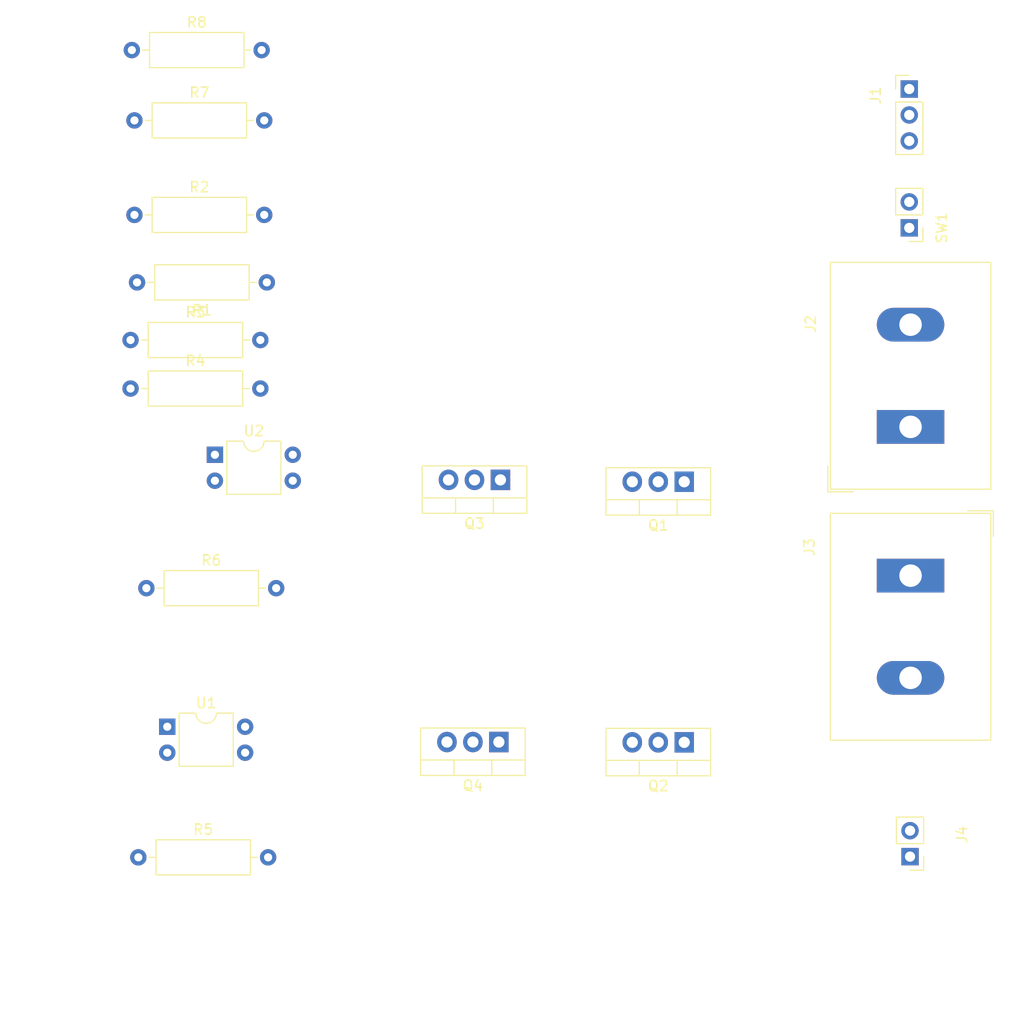
<source format=kicad_pcb>
(kicad_pcb (version 20240108) (generator "pcbnew") (generator_version "8.0")
  (title_block (title "Puente H Power Mosfet") (date "21/08/2024") (rev "1") (company "Danilo Melión"))
  (layers (0 "F.Cu" signal) (31 "B.Cu" signal) (34 "B.Paste" user) (35 "F.Paste" user) (36 "B.SilkS" user "B.Silkscreen") (37 "F.SilkS" user "F.Silkscreen") (38 "B.Mask" user) (39 "F.Mask" user) (44 "Edge.Cuts" user))
  (net 0 "")
  (net 1 "PWM1")
  (net 2 "PWM2")
  (net 3 "GND")
  (net 4 "Net-(J2-Pin_1)")
  (net 5 "Net-(J2-Pin_2)")
  (net 6 "Net-(Q1-G)")
  (net 7 "Net-(R3-Pad1)")
  (net 8 "+24V")
  (net 9 "+15V")
  (net 10 "Net-(Q3-G)")
  (net 11 "Net-(R1-Pad2)")
  (net 12 "Net-(SW1-B)")
  (net 13 "Net-(R6-Pad1)")
  (net 14 "Net-(R7-Pad1)")
  (net 15 "GNDPWR")
  (footprint "Package_DIP:DIP-4_W7.62mm" (layer "F.Cu") (at 103.2864 106.4718)
    (property "Reference" "U1" (at 3.81 -2.33 360) (layer "F.SilkS"))
    (property "Value" "PC817")
    (fp_line (start 1.16 -1.33) (end 1.16 3.87) (stroke (width 0.12)) (layer "F.SilkS"))
    (fp_line (start 1.16 3.87) (end 6.46 3.87) (stroke (width 0.12)) (layer "F.SilkS"))
    (fp_line (start 2.81 -1.33) (end 1.16 -1.33) (stroke (width 0.12)) (layer "F.SilkS"))
    (fp_line (start 6.46 -1.33) (end 4.81 -1.33) (stroke (width 0.12)) (layer "F.SilkS"))
    (fp_line (start 6.46 3.87) (end 6.46 -1.33) (stroke (width 0.12)) (layer "F.SilkS"))
    (fp_arc (start 4.81 -1.33) (mid 3.81 -0.33) (end 2.81 -1.33) (stroke (width 0.12)) (layer "F.SilkS"))
    (pad "1" thru_hole rect (at 0 0) (size 1.6 1.6) (drill 0.8) (layers "*.Cu" "*.Mask") (net 11 "Net-(R1-Pad2)"))
    (pad "2" thru_hole oval (at 0 2.54) (size 1.6 1.6) (drill 0.8) (layers "*.Cu" "*.Mask") (net 7 "Net-(R3-Pad1)"))
    (pad "3" thru_hole oval (at 7.62 2.54) (size 1.6 1.6) (drill 0.8) (layers "*.Cu" "*.Mask") (net 15 "GNDPWR"))
    (pad "4" thru_hole oval (at 7.62 0) (size 1.6 1.6) (drill 0.8) (layers "*.Cu" "*.Mask") (net 6 "Net-(Q1-G)"))
  )
  (footprint "Package_TO_SOT_THT:TO-220-3_Vertical" (layer "F.Cu") (at 135.7376 107.9702 180)
    (property "Reference" "Q4" (at 2.54 -4.27 360) (layer "F.SilkS"))
    (property "Value" "IRLZ44N")
    (fp_line (start 7.66 -3.27) (end 7.66 1.371) (stroke (width 0.12)) (layer "F.SilkS"))
    (fp_line (start 4.391 -3.27) (end 4.391 -1.76) (stroke (width 0.12)) (layer "F.SilkS"))
    (fp_line (start 0.69 -3.27) (end 0.69 -1.76) (stroke (width 0.12)) (layer "F.SilkS"))
    (fp_line (start -2.58 1.371) (end 7.66 1.371) (stroke (width 0.12)) (layer "F.SilkS"))
    (fp_line (start -2.58 -1.76) (end 7.66 -1.76) (stroke (width 0.12)) (layer "F.SilkS"))
    (fp_line (start -2.58 -3.27) (end 7.66 -3.27) (stroke (width 0.12)) (layer "F.SilkS"))
    (fp_line (start -2.58 -3.27) (end -2.58 1.371) (stroke (width 0.12)) (layer "F.SilkS"))
    (pad "1" thru_hole rect (at 0 0 180) (size 1.905 2) (drill 1.1) (layers "*.Cu" "*.Mask") (net 10 "Net-(Q3-G)"))
    (pad "2" thru_hole oval (at 2.54 0 180) (size 1.905 2) (drill 1.1) (layers "*.Cu" "*.Mask") (net 5 "Net-(J2-Pin_2)"))
    (pad "3" thru_hole oval (at 5.08 0 180) (size 1.905 2) (drill 1.1) (layers "*.Cu" "*.Mask") (net 15 "GNDPWR"))
  )
  (footprint "Resistor_THT:R_Axial_DIN0309_L9.0mm_D3.2mm_P12.70mm_Horizontal" (layer "F.Cu") (at 99.695 73.38)
    (property "Reference" "R4" (at 6.35 -2.72 0) (layer "F.SilkS"))
    (property "Value" "1k")
    (fp_line (start 1.04 0) (end 1.73 0) (stroke (width 0.12)) (layer "F.SilkS"))
    (fp_line (start 1.73 -1.72) (end 1.73 1.72) (stroke (width 0.12)) (layer "F.SilkS"))
    (fp_line (start 1.73 1.72) (end 10.97 1.72) (stroke (width 0.12)) (layer "F.SilkS"))
    (fp_line (start 10.97 -1.72) (end 1.73 -1.72) (stroke (width 0.12)) (layer "F.SilkS"))
    (fp_line (start 10.97 1.72) (end 10.97 -1.72) (stroke (width 0.12)) (layer "F.SilkS"))
    (fp_line (start 11.66 0) (end 10.97 0) (stroke (width 0.12)) (layer "F.SilkS"))
    (pad "1" thru_hole circle (at 0 0) (size 1.6 1.6) (drill 0.8) (layers "*.Cu" "*.Mask") (net 9 "+15V"))
    (pad "2" thru_hole oval (at 12.7 0) (size 1.6 1.6) (drill 0.8) (layers "*.Cu" "*.Mask") (net 6 "Net-(Q1-G)"))
  )
  (footprint "Package_TO_SOT_THT:TO-220-3_Vertical" (layer "F.Cu") (at 153.8732 82.4992 180)
    (property "Reference" "Q1" (at 2.54 -4.27 360) (layer "F.SilkS"))
    (property "Value" "IRF4905")
    (fp_line (start 7.66 -3.27) (end 7.66 1.371) (stroke (width 0.12)) (layer "F.SilkS"))
    (fp_line (start 4.391 -3.27) (end 4.391 -1.76) (stroke (width 0.12)) (layer "F.SilkS"))
    (fp_line (start 0.69 -3.27) (end 0.69 -1.76) (stroke (width 0.12)) (layer "F.SilkS"))
    (fp_line (start -2.58 1.371) (end 7.66 1.371) (stroke (width 0.12)) (layer "F.SilkS"))
    (fp_line (start -2.58 -1.76) (end 7.66 -1.76) (stroke (width 0.12)) (layer "F.SilkS"))
    (fp_line (start -2.58 -3.27) (end 7.66 -3.27) (stroke (width 0.12)) (layer "F.SilkS"))
    (fp_line (start -2.58 -3.27) (end -2.58 1.371) (stroke (width 0.12)) (layer "F.SilkS"))
    (pad "1" thru_hole rect (at 0 0 180) (size 1.905 2) (drill 1.1) (layers "*.Cu" "*.Mask") (net 6 "Net-(Q1-G)"))
    (pad "2" thru_hole oval (at 2.54 0 180) (size 1.905 2) (drill 1.1) (layers "*.Cu" "*.Mask") (net 4 "Net-(J2-Pin_1)"))
    (pad "3" thru_hole oval (at 5.08 0 180) (size 1.905 2) (drill 1.1) (layers "*.Cu" "*.Mask") (net 8 "+24V"))
  )
  (footprint "Resistor_THT:R_Axial_DIN0309_L9.0mm_D3.2mm_P12.70mm_Horizontal" (layer "F.Cu") (at 101.2444 92.9132)
    (property "Reference" "R6" (at 6.35 -2.72 360) (layer "F.SilkS"))
    (property "Value" "100")
    (fp_line (start 1.04 0) (end 1.73 0) (stroke (width 0.12)) (layer "F.SilkS"))
    (fp_line (start 1.73 -1.72) (end 1.73 1.72) (stroke (width 0.12)) (layer "F.SilkS"))
    (fp_line (start 1.73 1.72) (end 10.97 1.72) (stroke (width 0.12)) (layer "F.SilkS"))
    (fp_line (start 10.97 -1.72) (end 1.73 -1.72) (stroke (width 0.12)) (layer "F.SilkS"))
    (fp_line (start 10.97 1.72) (end 10.97 -1.72) (stroke (width 0.12)) (layer "F.SilkS"))
    (fp_line (start 11.66 0) (end 10.97 0) (stroke (width 0.12)) (layer "F.SilkS"))
    (pad "1" thru_hole circle (at 0 0) (size 1.6 1.6) (drill 0.8) (layers "*.Cu" "*.Mask") (net 13 "Net-(R6-Pad1)"))
    (pad "2" thru_hole oval (at 12.7 0) (size 1.6 1.6) (drill 0.8) (layers "*.Cu" "*.Mask") (net 12 "Net-(SW1-B)"))
  )
  (footprint "TerminalBlock_Dinkle:TerminalBlock_Dinkle_DT-55-B01X-02_P10.00mm" (layer "F.Cu") (at 176.022 91.689 -90)
    (property "Reference" "J3" (at -2.789 9.906 90) (layer "F.SilkS"))
    (property "Value" "24V Alimentación")
    (fp_line (start -6.1 7.85) (end 16.1 7.85) (stroke (width 0.12)) (layer "F.SilkS"))
    (fp_line (start -6.1 7.85) (end -6.1 -7.85) (stroke (width 0.12)) (layer "F.SilkS"))
    (fp_line (start -6.35 -5.6) (end -6.35 -8.1) (stroke (width 0.12)) (layer "F.SilkS"))
    (fp_line (start -6.1 -7.85) (end 16.1 -7.85) (stroke (width 0.12)) (layer "F.SilkS"))
    (fp_line (start 16.1 -7.85) (end 16.1 7.85) (stroke (width 0.12)) (layer "F.SilkS"))
    (fp_line (start -6.35 -8.1) (end -3.85 -8.1) (stroke (width 0.12)) (layer "F.SilkS"))
    (pad "1" thru_hole rect (at 0 0 270) (size 3.3 6.6) (drill 2.2) (layers "*.Cu" "*.Mask") (net 8 "+24V"))
    (pad "2" thru_hole oval (at 10 0 270) (size 3.3 6.6) (drill 2.2) (layers "*.Cu" "*.Mask") (net 15 "GNDPWR"))
  )
  (footprint "Resistor_THT:R_Axial_DIN0309_L9.0mm_D3.2mm_P12.70mm_Horizontal" (layer "F.Cu") (at 100.076 47.1424)
    (property "Reference" "R7" (at 6.35 -2.72 0) (layer "F.SilkS"))
    (property "Value" "4k7")
    (fp_line (start 1.04 0) (end 1.73 0) (stroke (width 0.12)) (layer "F.SilkS"))
    (fp_line (start 1.73 -1.72) (end 1.73 1.72) (stroke (width 0.12)) (layer "F.SilkS"))
    (fp_line (start 1.73 1.72) (end 10.97 1.72) (stroke (width 0.12)) (layer "F.SilkS"))
    (fp_line (start 10.97 -1.72) (end 1.73 -1.72) (stroke (width 0.12)) (layer "F.SilkS"))
    (fp_line (start 10.97 1.72) (end 10.97 -1.72) (stroke (width 0.12)) (layer "F.SilkS"))
    (fp_line (start 11.66 0) (end 10.97 0) (stroke (width 0.12)) (layer "F.SilkS"))
    (pad "1" thru_hole circle (at 0 0) (size 1.6 1.6) (drill 0.8) (layers "*.Cu" "*.Mask") (net 14 "Net-(R7-Pad1)"))
    (pad "2" thru_hole oval (at 12.7 0) (size 1.6 1.6) (drill 0.8) (layers "*.Cu" "*.Mask") (net 3 "GND"))
  )
  (footprint "TerminalBlock_Dinkle:TerminalBlock_Dinkle_DT-55-B01X-02_P10.00mm" (layer "F.Cu") (at 176.022 77.131 90)
    (property "Reference" "J2" (at 10.075 -9.779 90) (layer "F.SilkS"))
    (property "Value" "MOTOR")
    (fp_line (start -6.35 -8.1) (end -3.85 -8.1) (stroke (width 0.12)) (layer "F.SilkS"))
    (fp_line (start 16.1 -7.85) (end 16.1 7.85) (stroke (width 0.12)) (layer "F.SilkS"))
    (fp_line (start -6.1 -7.85) (end 16.1 -7.85) (stroke (width 0.12)) (layer "F.SilkS"))
    (fp_line (start -6.35 -5.6) (end -6.35 -8.1) (stroke (width 0.12)) (layer "F.SilkS"))
    (fp_line (start -6.1 7.85) (end -6.1 -7.85) (stroke (width 0.12)) (layer "F.SilkS"))
    (fp_line (start -6.1 7.85) (end 16.1 7.85) (stroke (width 0.12)) (layer "F.SilkS"))
    (pad "1" thru_hole rect (at 0 0 90) (size 3.3 6.6) (drill 2.2) (layers "*.Cu" "*.Mask") (net 4 "Net-(J2-Pin_1)"))
    (pad "2" thru_hole oval (at 10 0 90) (size 3.3 6.6) (drill 2.2) (layers "*.Cu" "*.Mask") (net 5 "Net-(J2-Pin_2)"))
  )
  (footprint "Package_TO_SOT_THT:TO-220-3_Vertical" (layer "F.Cu") (at 135.89 82.3162 180)
    (property "Reference" "Q3" (at 2.54 -4.27 360) (layer "F.SilkS"))
    (property "Value" "IRF4905")
    (fp_line (start 7.66 -3.27) (end 7.66 1.371) (stroke (width 0.12)) (layer "F.SilkS"))
    (fp_line (start 4.391 -3.27) (end 4.391 -1.76) (stroke (width 0.12)) (layer "F.SilkS"))
    (fp_line (start 0.69 -3.27) (end 0.69 -1.76) (stroke (width 0.12)) (layer "F.SilkS"))
    (fp_line (start -2.58 1.371) (end 7.66 1.371) (stroke (width 0.12)) (layer "F.SilkS"))
    (fp_line (start -2.58 -1.76) (end 7.66 -1.76) (stroke (width 0.12)) (layer "F.SilkS"))
    (fp_line (start -2.58 -3.27) (end 7.66 -3.27) (stroke (width 0.12)) (layer "F.SilkS"))
    (fp_line (start -2.58 -3.27) (end -2.58 1.371) (stroke (width 0.12)) (layer "F.SilkS"))
    (pad "1" thru_hole rect (at 0 0 180) (size 1.905 2) (drill 1.1) (layers "*.Cu" "*.Mask") (net 10 "Net-(Q3-G)"))
    (pad "2" thru_hole oval (at 2.54 0 180) (size 1.905 2) (drill 1.1) (layers "*.Cu" "*.Mask") (net 5 "Net-(J2-Pin_2)"))
    (pad "3" thru_hole oval (at 5.08 0 180) (size 1.905 2) (drill 1.1) (layers "*.Cu" "*.Mask") (net 8 "+24V"))
  )
  (footprint "Resistor_THT:R_Axial_DIN0309_L9.0mm_D3.2mm_P12.70mm_Horizontal" (layer "F.Cu") (at 113.03 62.992 180)
    (property "Reference" "R1" (at 6.35 -2.72 360) (layer "F.SilkS"))
    (property "Value" "330")
    (fp_line (start 11.66 0) (end 10.97 0) (stroke (width 0.12)) (layer "F.SilkS"))
    (fp_line (start 10.97 1.72) (end 10.97 -1.72) (stroke (width 0.12)) (layer "F.SilkS"))
    (fp_line (start 10.97 -1.72) (end 1.73 -1.72) (stroke (width 0.12)) (layer "F.SilkS"))
    (fp_line (start 1.73 1.72) (end 10.97 1.72) (stroke (width 0.12)) (layer "F.SilkS"))
    (fp_line (start 1.73 -1.72) (end 1.73 1.72) (stroke (width 0.12)) (layer "F.SilkS"))
    (fp_line (start 1.04 0) (end 1.73 0) (stroke (width 0.12)) (layer "F.SilkS"))
    (pad "1" thru_hole circle (at 0 0 180) (size 1.6 1.6) (drill 0.8) (layers "*.Cu" "*.Mask") (net 1 "PWM1"))
    (pad "2" thru_hole oval (at 12.7 0 180) (size 1.6 1.6) (drill 0.8) (layers "*.Cu" "*.Mask") (net 11 "Net-(R1-Pad2)"))
  )
  (footprint "Resistor_THT:R_Axial_DIN0309_L9.0mm_D3.2mm_P12.70mm_Horizontal" (layer "F.Cu") (at 100.457 119.253)
    (property "Reference" "R5" (at 6.35 -2.72 0) (layer "F.SilkS"))
    (property "Value" "1k")
    (fp_line (start 1.04 0) (end 1.73 0) (stroke (width 0.12)) (layer "F.SilkS"))
    (fp_line (start 1.73 -1.72) (end 1.73 1.72) (stroke (width 0.12)) (layer "F.SilkS"))
    (fp_line (start 1.73 1.72) (end 10.97 1.72) (stroke (width 0.12)) (layer "F.SilkS"))
    (fp_line (start 10.97 -1.72) (end 1.73 -1.72) (stroke (width 0.12)) (layer "F.SilkS"))
    (fp_line (start 10.97 1.72) (end 10.97 -1.72) (stroke (width 0.12)) (layer "F.SilkS"))
    (fp_line (start 11.66 0) (end 10.97 0) (stroke (width 0.12)) (layer "F.SilkS"))
    (pad "1" thru_hole circle (at 0 0) (size 1.6 1.6) (drill 0.8) (layers "*.Cu" "*.Mask") (net 9 "+15V"))
    (pad "2" thru_hole oval (at 12.7 0) (size 1.6 1.6) (drill 0.8) (layers "*.Cu" "*.Mask") (net 10 "Net-(Q3-G)"))
  )
  (footprint "Connector_PinHeader_2.54mm:PinHeader_1x03_P2.54mm_Vertical" (layer "F.Cu") (at 175.895 44.069)
    (property "Reference" "J1" (at -3.302 0.625 90) (layer "F.SilkS"))
    (property "Value" "PWM")
    (fp_line (start -1.33 -1.33) (end 0 -1.33) (stroke (width 0.12)) (layer "F.SilkS"))
    (fp_line (start -1.33 0) (end -1.33 -1.33) (stroke (width 0.12)) (layer "F.SilkS"))
    (fp_line (start -1.33 1.27) (end -1.33 6.41) (stroke (width 0.12)) (layer "F.SilkS"))
    (fp_line (start -1.33 1.27) (end 1.33 1.27) (stroke (width 0.12)) (layer "F.SilkS"))
    (fp_line (start -1.33 6.41) (end 1.33 6.41) (stroke (width 0.12)) (layer "F.SilkS"))
    (fp_line (start 1.33 1.27) (end 1.33 6.41) (stroke (width 0.12)) (layer "F.SilkS"))
    (pad "1" thru_hole rect (at 0 0) (size 1.7 1.7) (drill 1) (layers "*.Cu" "*.Mask") (net 1 "PWM1"))
    (pad "2" thru_hole oval (at 0 2.54) (size 1.7 1.7) (drill 1) (layers "*.Cu" "*.Mask") (net 2 "PWM2"))
    (pad "3" thru_hole oval (at 0 5.08) (size 1.7 1.7) (drill 1) (layers "*.Cu" "*.Mask") (net 3 "GND"))
  )
  (footprint "Connector_PinHeader_2.54mm:PinHeader_1x02_P2.54mm_Vertical" (layer "F.Cu") (at 175.895 57.658 180)
    (property "Reference" "SW1" (at -3.175 0.005 90) (layer "F.SilkS"))
    (property "Value" "SW")
    (fp_line (start 1.33 1.27) (end 1.33 3.87) (stroke (width 0.12)) (layer "F.SilkS"))
    (fp_line (start -1.33 3.87) (end 1.33 3.87) (stroke (width 0.12)) (layer "F.SilkS"))
    (fp_line (start -1.33 1.27) (end 1.33 1.27) (stroke (width 0.12)) (layer "F.SilkS"))
    (fp_line (start -1.33 1.27) (end -1.33 3.87) (stroke (width 0.12)) (layer "F.SilkS"))
    (fp_line (start -1.33 0) (end -1.33 -1.33) (stroke (width 0.12)) (layer "F.SilkS"))
    (fp_line (start -1.33 -1.33) (end 0 -1.33) (stroke (width 0.12)) (layer "F.SilkS"))
    (pad "1" thru_hole rect (at 0 0 180) (size 1.7 1.7) (drill 1) (layers "*.Cu" "*.Mask") (net 3 "GND"))
    (pad "2" thru_hole oval (at 0 2.54 180) (size 1.7 1.7) (drill 1) (layers "*.Cu" "*.Mask") (net 12 "Net-(SW1-B)"))
  )
  (footprint "Connector_PinHeader_2.54mm:PinHeader_1x02_P2.54mm_Vertical" (layer "F.Cu") (at 175.9712 119.1818 180)
    (property "Reference" "J4" (at -5.08 2.159 90) (layer "F.SilkS"))
    (property "Value" "15V Alimentación")
    (fp_line (start 1.33 1.27) (end 1.33 3.87) (stroke (width 0.12)) (layer "F.SilkS"))
    (fp_line (start -1.33 3.87) (end 1.33 3.87) (stroke (width 0.12)) (layer "F.SilkS"))
    (fp_line (start -1.33 1.27) (end 1.33 1.27) (stroke (width 0.12)) (layer "F.SilkS"))
    (fp_line (start -1.33 1.27) (end -1.33 3.87) (stroke (width 0.12)) (layer "F.SilkS"))
    (fp_line (start -1.33 0) (end -1.33 -1.33) (stroke (width 0.12)) (layer "F.SilkS"))
    (fp_line (start -1.33 -1.33) (end 0 -1.33) (stroke (width 0.12)) (layer "F.SilkS"))
    (pad "1" thru_hole rect (at 0 0 180) (size 1.7 1.7) (drill 1) (layers "*.Cu" "*.Mask") (net 9 "+15V"))
    (pad "2" thru_hole oval (at 0 2.54 180) (size 1.7 1.7) (drill 1) (layers "*.Cu" "*.Mask") (net 15 "GNDPWR"))
  )
  (footprint "Package_DIP:DIP-4_W7.62mm" (layer "F.Cu") (at 107.95 79.8576)
    (property "Reference" "U2" (at 3.81 -2.33 0) (layer "F.SilkS"))
    (property "Value" "PC817")
    (fp_line (start 1.16 -1.33) (end 1.16 3.87) (stroke (width 0.12)) (layer "F.SilkS"))
    (fp_line (start 1.16 3.87) (end 6.46 3.87) (stroke (width 0.12)) (layer "F.SilkS"))
    (fp_line (start 2.81 -1.33) (end 1.16 -1.33) (stroke (width 0.12)) (layer "F.SilkS"))
    (fp_line (start 6.46 -1.33) (end 4.81 -1.33) (stroke (width 0.12)) (layer "F.SilkS"))
    (fp_line (start 6.46 3.87) (end 6.46 -1.33) (stroke (width 0.12)) (layer "F.SilkS"))
    (fp_arc (start 4.81 -1.33) (mid 3.81 -0.33) (end 2.81 -1.33) (stroke (width 0.12)) (layer "F.SilkS"))
    (pad "1" thru_hole rect (at 0 0) (size 1.6 1.6) (drill 0.8) (layers "*.Cu" "*.Mask") (net 14 "Net-(R7-Pad1)"))
    (pad "2" thru_hole oval (at 0 2.54) (size 1.6 1.6) (drill 0.8) (layers "*.Cu" "*.Mask") (net 13 "Net-(R6-Pad1)"))
    (pad "3" thru_hole oval (at 7.62 2.54) (size 1.6 1.6) (drill 0.8) (layers "*.Cu" "*.Mask") (net 15 "GNDPWR"))
    (pad "4" thru_hole oval (at 7.62 0) (size 1.6 1.6) (drill 0.8) (layers "*.Cu" "*.Mask") (net 10 "Net-(Q3-G)"))
  )
  (footprint "Resistor_THT:R_Axial_DIN0309_L9.0mm_D3.2mm_P12.70mm_Horizontal" (layer "F.Cu") (at 100.076 56.388)
    (property "Reference" "R2" (at 6.35 -2.72 0) (layer "F.SilkS"))
    (property "Value" "4k7")
    (fp_line (start 1.04 0) (end 1.73 0) (stroke (width 0.12)) (layer "F.SilkS"))
    (fp_line (start 1.73 -1.72) (end 1.73 1.72) (stroke (width 0.12)) (layer "F.SilkS"))
    (fp_line (start 1.73 1.72) (end 10.97 1.72) (stroke (width 0.12)) (layer "F.SilkS"))
    (fp_line (start 10.97 -1.72) (end 1.73 -1.72) (stroke (width 0.12)) (layer "F.SilkS"))
    (fp_line (start 10.97 1.72) (end 10.97 -1.72) (stroke (width 0.12)) (layer "F.SilkS"))
    (fp_line (start 11.66 0) (end 10.97 0) (stroke (width 0.12)) (layer "F.SilkS"))
    (pad "1" thru_hole circle (at 0 0) (size 1.6 1.6) (drill 0.8) (layers "*.Cu" "*.Mask") (net 11 "Net-(R1-Pad2)"))
    (pad "2" thru_hole oval (at 12.7 0) (size 1.6 1.6) (drill 0.8) (layers "*.Cu" "*.Mask") (net 3 "GND"))
  )
  (footprint "Resistor_THT:R_Axial_DIN0309_L9.0mm_D3.2mm_P12.70mm_Horizontal" (layer "F.Cu") (at 99.822 40.259)
    (property "Reference" "R8" (at 6.35 -2.72 0) (layer "F.SilkS"))
    (property "Value" "330")
    (fp_line (start 1.04 0) (end 1.73 0) (stroke (width 0.12)) (layer "F.SilkS"))
    (fp_line (start 1.73 -1.72) (end 1.73 1.72) (stroke (width 0.12)) (layer "F.SilkS"))
    (fp_line (start 1.73 1.72) (end 10.97 1.72) (stroke (width 0.12)) (layer "F.SilkS"))
    (fp_line (start 10.97 -1.72) (end 1.73 -1.72) (stroke (width 0.12)) (layer "F.SilkS"))
    (fp_line (start 10.97 1.72) (end 10.97 -1.72) (stroke (width 0.12)) (layer "F.SilkS"))
    (fp_line (start 11.66 0) (end 10.97 0) (stroke (width 0.12)) (layer "F.SilkS"))
    (pad "1" thru_hole circle (at 0 0) (size 1.6 1.6) (drill 0.8) (layers "*.Cu" "*.Mask") (net 14 "Net-(R7-Pad1)"))
    (pad "2" thru_hole oval (at 12.7 0) (size 1.6 1.6) (drill 0.8) (layers "*.Cu" "*.Mask") (net 2 "PWM2"))
  )
  (footprint "Package_TO_SOT_THT:TO-220-3_Vertical" (layer "F.Cu") (at 153.8732 108.0008 180)
    (property "Reference" "Q2" (at 2.54 -4.27 360) (layer "F.SilkS"))
    (property "Value" "IRLZ44N")
    (fp_line (start 7.66 -3.27) (end 7.66 1.371) (stroke (width 0.12)) (layer "F.SilkS"))
    (fp_line (start 4.391 -3.27) (end 4.391 -1.76) (stroke (width 0.12)) (layer "F.SilkS"))
    (fp_line (start 0.69 -3.27) (end 0.69 -1.76) (stroke (width 0.12)) (layer "F.SilkS"))
    (fp_line (start -2.58 1.371) (end 7.66 1.371) (stroke (width 0.12)) (layer "F.SilkS"))
    (fp_line (start -2.58 -1.76) (end 7.66 -1.76) (stroke (width 0.12)) (layer "F.SilkS"))
    (fp_line (start -2.58 -3.27) (end 7.66 -3.27) (stroke (width 0.12)) (layer "F.SilkS"))
    (fp_line (start -2.58 -3.27) (end -2.58 1.371) (stroke (width 0.12)) (layer "F.SilkS"))
    (pad "1" thru_hole rect (at 0 0 180) (size 1.905 2) (drill 1.1) (layers "*.Cu" "*.Mask") (net 6 "Net-(Q1-G)"))
    (pad "2" thru_hole oval (at 2.54 0 180) (size 1.905 2) (drill 1.1) (layers "*.Cu" "*.Mask") (net 4 "Net-(J2-Pin_1)"))
    (pad "3" thru_hole oval (at 5.08 0 180) (size 1.905 2) (drill 1.1) (layers "*.Cu" "*.Mask") (net 15 "GNDPWR"))
  )
  (footprint "Resistor_THT:R_Axial_DIN0309_L9.0mm_D3.2mm_P12.70mm_Horizontal" (layer "F.Cu") (at 99.695 68.63)
    (property "Reference" "R3" (at 6.35 -2.72 0) (layer "F.SilkS"))
    (property "Value" "100")
    (fp_line (start 1.04 0) (end 1.73 0) (stroke (width 0.12)) (layer "F.SilkS"))
    (fp_line (start 1.73 -1.72) (end 1.73 1.72) (stroke (width 0.12)) (layer "F.SilkS"))
    (fp_line (start 1.73 1.72) (end 10.97 1.72) (stroke (width 0.12)) (layer "F.SilkS"))
    (fp_line (start 10.97 -1.72) (end 1.73 -1.72) (stroke (width 0.12)) (layer "F.SilkS"))
    (fp_line (start 10.97 1.72) (end 10.97 -1.72) (stroke (width 0.12)) (layer "F.SilkS"))
    (fp_line (start 11.66 0) (end 10.97 0) (stroke (width 0.12)) (layer "F.SilkS"))
    (pad "1" thru_hole circle (at 0 0) (size 1.6 1.6) (drill 0.8) (layers "*.Cu" "*.Mask") (net 7 "Net-(R3-Pad1)"))
    (pad "2" thru_hole oval (at 12.7 0) (size 1.6 1.6) (drill 0.8) (layers "*.Cu" "*.Mask") (net 12 "Net-(SW1-B)"))
  )
)
</source>
